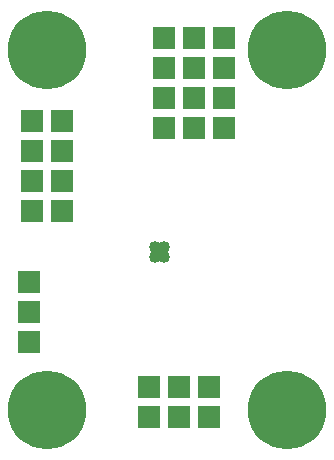
<source format=gbr>
G04 This is an RS-274x file exported by *
G04 gerbv version 2.6.0 *
G04 More information is available about gerbv at *
G04 http://gerbv.gpleda.org/ *
G04 --End of header info--*
%MOIN*%
%FSLAX34Y34*%
%IPPOS*%
G04 --Define apertures--*
%ADD10R,0.0730X0.0730*%
%ADD11C,0.2620*%
%ADD12C,0.0398*%
G04 --Start main section--*
G54D10*
G01X0002035Y0005160D03*
G01X0002035Y0006160D03*
G01X0002035Y0007160D03*
G01X0002160Y0009535D03*
G01X0002160Y0010535D03*
G01X0003160Y0010535D03*
G01X0003160Y0009535D03*
G01X0003160Y0011535D03*
G01X0002160Y0011535D03*
G01X0002160Y0012535D03*
G01X0003160Y0012535D03*
G01X0006535Y0012285D03*
G01X0006535Y0013285D03*
G01X0006535Y0014285D03*
G01X0006535Y0015285D03*
G01X0007535Y0015285D03*
G01X0008535Y0015285D03*
G01X0008535Y0014285D03*
G01X0007535Y0014285D03*
G01X0007535Y0013285D03*
G01X0008535Y0013285D03*
G01X0008535Y0012285D03*
G01X0007535Y0012285D03*
G01X0007035Y0003660D03*
G01X0006035Y0003660D03*
G01X0006035Y0002660D03*
G01X0007035Y0002660D03*
G01X0008035Y0002660D03*
G01X0008035Y0003660D03*
G54D11*
G01X0002660Y0002910D03*
G01X0010660Y0002910D03*
G01X0010660Y0014910D03*
G01X0002660Y0014910D03*
G54D12*
G01X0006253Y0008318D03*
G01X0006410Y0008160D03*
G01X0006253Y0008003D03*
G01X0006567Y0008003D03*
G01X0006567Y0008318D03*
M02*

</source>
